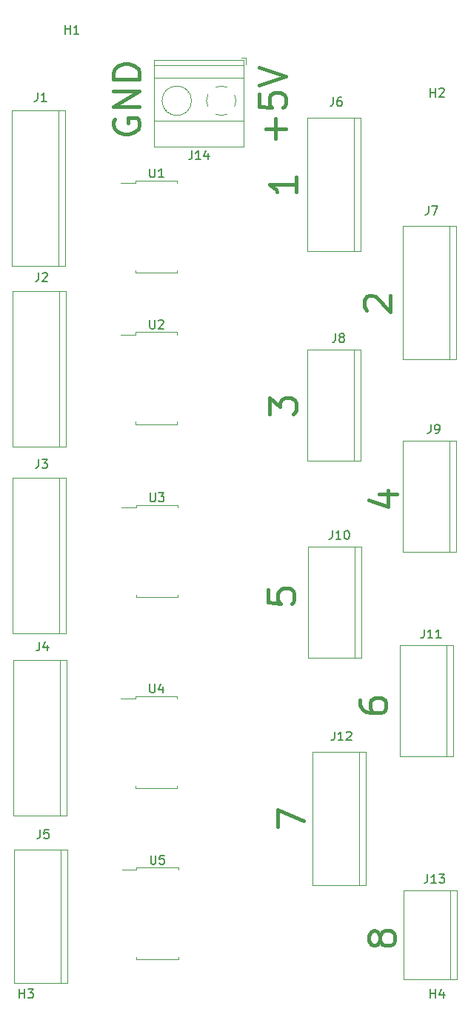
<source format=gto>
%TF.GenerationSoftware,KiCad,Pcbnew,(5.1.10-1-10_14)*%
%TF.CreationDate,2022-05-12T15:34:21+03:00*%
%TF.ProjectId,Logic_signal_amplifier,4c6f6769-635f-4736-9967-6e616c5f616d,rev?*%
%TF.SameCoordinates,Original*%
%TF.FileFunction,Legend,Top*%
%TF.FilePolarity,Positive*%
%FSLAX46Y46*%
G04 Gerber Fmt 4.6, Leading zero omitted, Abs format (unit mm)*
G04 Created by KiCad (PCBNEW (5.1.10-1-10_14)) date 2022-05-12 15:34:21*
%MOMM*%
%LPD*%
G01*
G04 APERTURE LIST*
%ADD10C,0.400000*%
%ADD11C,0.120000*%
%ADD12C,0.150000*%
G04 APERTURE END LIST*
D10*
X107100000Y-42785714D02*
X106957142Y-43071428D01*
X106957142Y-43500000D01*
X107100000Y-43928571D01*
X107385714Y-44214285D01*
X107671428Y-44357142D01*
X108242857Y-44500000D01*
X108671428Y-44500000D01*
X109242857Y-44357142D01*
X109528571Y-44214285D01*
X109814285Y-43928571D01*
X109957142Y-43500000D01*
X109957142Y-43214285D01*
X109814285Y-42785714D01*
X109671428Y-42642857D01*
X108671428Y-42642857D01*
X108671428Y-43214285D01*
X109957142Y-41357142D02*
X106957142Y-41357142D01*
X109957142Y-39642857D01*
X106957142Y-39642857D01*
X109957142Y-38214285D02*
X106957142Y-38214285D01*
X106957142Y-37500000D01*
X107100000Y-37071428D01*
X107385714Y-36785714D01*
X107671428Y-36642857D01*
X108242857Y-36500000D01*
X108671428Y-36500000D01*
X109242857Y-36642857D01*
X109528571Y-36785714D01*
X109814285Y-37071428D01*
X109957142Y-37500000D01*
X109957142Y-38214285D01*
X125514285Y-45057142D02*
X125514285Y-42771428D01*
X126657142Y-43914285D02*
X124371428Y-43914285D01*
X123657142Y-39914285D02*
X123657142Y-41342857D01*
X125085714Y-41485714D01*
X124942857Y-41342857D01*
X124800000Y-41057142D01*
X124800000Y-40342857D01*
X124942857Y-40057142D01*
X125085714Y-39914285D01*
X125371428Y-39771428D01*
X126085714Y-39771428D01*
X126371428Y-39914285D01*
X126514285Y-40057142D01*
X126657142Y-40342857D01*
X126657142Y-41057142D01*
X126514285Y-41342857D01*
X126371428Y-41485714D01*
X123657142Y-38914285D02*
X126657142Y-37914285D01*
X123657142Y-36914285D01*
X137442857Y-136685714D02*
X137300000Y-136971428D01*
X137157142Y-137114285D01*
X136871428Y-137257142D01*
X136728571Y-137257142D01*
X136442857Y-137114285D01*
X136300000Y-136971428D01*
X136157142Y-136685714D01*
X136157142Y-136114285D01*
X136300000Y-135828571D01*
X136442857Y-135685714D01*
X136728571Y-135542857D01*
X136871428Y-135542857D01*
X137157142Y-135685714D01*
X137300000Y-135828571D01*
X137442857Y-136114285D01*
X137442857Y-136685714D01*
X137585714Y-136971428D01*
X137728571Y-137114285D01*
X138014285Y-137257142D01*
X138585714Y-137257142D01*
X138871428Y-137114285D01*
X139014285Y-136971428D01*
X139157142Y-136685714D01*
X139157142Y-136114285D01*
X139014285Y-135828571D01*
X138871428Y-135685714D01*
X138585714Y-135542857D01*
X138014285Y-135542857D01*
X137728571Y-135685714D01*
X137585714Y-135828571D01*
X137442857Y-136114285D01*
X125757142Y-123700000D02*
X125757142Y-121700000D01*
X128757142Y-122985714D01*
X135157142Y-109228571D02*
X135157142Y-109800000D01*
X135300000Y-110085714D01*
X135442857Y-110228571D01*
X135871428Y-110514285D01*
X136442857Y-110657142D01*
X137585714Y-110657142D01*
X137871428Y-110514285D01*
X138014285Y-110371428D01*
X138157142Y-110085714D01*
X138157142Y-109514285D01*
X138014285Y-109228571D01*
X137871428Y-109085714D01*
X137585714Y-108942857D01*
X136871428Y-108942857D01*
X136585714Y-109085714D01*
X136442857Y-109228571D01*
X136300000Y-109514285D01*
X136300000Y-110085714D01*
X136442857Y-110371428D01*
X136585714Y-110514285D01*
X136871428Y-110657142D01*
X124657142Y-96585714D02*
X124657142Y-98014285D01*
X126085714Y-98157142D01*
X125942857Y-98014285D01*
X125800000Y-97728571D01*
X125800000Y-97014285D01*
X125942857Y-96728571D01*
X126085714Y-96585714D01*
X126371428Y-96442857D01*
X127085714Y-96442857D01*
X127371428Y-96585714D01*
X127514285Y-96728571D01*
X127657142Y-97014285D01*
X127657142Y-97728571D01*
X127514285Y-98014285D01*
X127371428Y-98157142D01*
X137357142Y-85628571D02*
X139357142Y-85628571D01*
X136214285Y-86342857D02*
X138357142Y-87057142D01*
X138357142Y-85200000D01*
X124857142Y-76500000D02*
X124857142Y-74642857D01*
X126000000Y-75642857D01*
X126000000Y-75214285D01*
X126142857Y-74928571D01*
X126285714Y-74785714D01*
X126571428Y-74642857D01*
X127285714Y-74642857D01*
X127571428Y-74785714D01*
X127714285Y-74928571D01*
X127857142Y-75214285D01*
X127857142Y-76071428D01*
X127714285Y-76357142D01*
X127571428Y-76500000D01*
X135942857Y-64657142D02*
X135800000Y-64514285D01*
X135657142Y-64228571D01*
X135657142Y-63514285D01*
X135800000Y-63228571D01*
X135942857Y-63085714D01*
X136228571Y-62942857D01*
X136514285Y-62942857D01*
X136942857Y-63085714D01*
X138657142Y-64800000D01*
X138657142Y-62942857D01*
X127857142Y-49442857D02*
X127857142Y-51157142D01*
X127857142Y-50300000D02*
X124857142Y-50300000D01*
X125285714Y-50585714D01*
X125571428Y-50871428D01*
X125714285Y-51157142D01*
D11*
%TO.C,U5*%
X109615000Y-128620000D02*
X107950000Y-128620000D01*
X109615000Y-128340000D02*
X109615000Y-128620000D01*
X112000000Y-128340000D02*
X109615000Y-128340000D01*
X114385000Y-128340000D02*
X114385000Y-128620000D01*
X112000000Y-128340000D02*
X114385000Y-128340000D01*
X109615000Y-138860000D02*
X109615000Y-138580000D01*
X112000000Y-138860000D02*
X109615000Y-138860000D01*
X114385000Y-138860000D02*
X114385000Y-138580000D01*
X112000000Y-138860000D02*
X114385000Y-138860000D01*
%TO.C,U4*%
X109515000Y-109020000D02*
X107850000Y-109020000D01*
X109515000Y-108740000D02*
X109515000Y-109020000D01*
X111900000Y-108740000D02*
X109515000Y-108740000D01*
X114285000Y-108740000D02*
X114285000Y-109020000D01*
X111900000Y-108740000D02*
X114285000Y-108740000D01*
X109515000Y-119260000D02*
X109515000Y-118980000D01*
X111900000Y-119260000D02*
X109515000Y-119260000D01*
X114285000Y-119260000D02*
X114285000Y-118980000D01*
X111900000Y-119260000D02*
X114285000Y-119260000D01*
%TO.C,U3*%
X109565000Y-87185000D02*
X107900000Y-87185000D01*
X109565000Y-86905000D02*
X109565000Y-87185000D01*
X111950000Y-86905000D02*
X109565000Y-86905000D01*
X114335000Y-86905000D02*
X114335000Y-87185000D01*
X111950000Y-86905000D02*
X114335000Y-86905000D01*
X109565000Y-97425000D02*
X109565000Y-97145000D01*
X111950000Y-97425000D02*
X109565000Y-97425000D01*
X114335000Y-97425000D02*
X114335000Y-97145000D01*
X111950000Y-97425000D02*
X114335000Y-97425000D01*
%TO.C,U2*%
X109515000Y-67420000D02*
X107850000Y-67420000D01*
X109515000Y-67140000D02*
X109515000Y-67420000D01*
X111900000Y-67140000D02*
X109515000Y-67140000D01*
X114285000Y-67140000D02*
X114285000Y-67420000D01*
X111900000Y-67140000D02*
X114285000Y-67140000D01*
X109515000Y-77660000D02*
X109515000Y-77380000D01*
X111900000Y-77660000D02*
X109515000Y-77660000D01*
X114285000Y-77660000D02*
X114285000Y-77380000D01*
X111900000Y-77660000D02*
X114285000Y-77660000D01*
%TO.C,U1*%
X109515000Y-50120000D02*
X107850000Y-50120000D01*
X109515000Y-49840000D02*
X109515000Y-50120000D01*
X111900000Y-49840000D02*
X109515000Y-49840000D01*
X114285000Y-49840000D02*
X114285000Y-50120000D01*
X111900000Y-49840000D02*
X114285000Y-49840000D01*
X109515000Y-60360000D02*
X109515000Y-60080000D01*
X111900000Y-60360000D02*
X109515000Y-60360000D01*
X114285000Y-60360000D02*
X114285000Y-60080000D01*
X111900000Y-60360000D02*
X114285000Y-60360000D01*
%TO.C,J14*%
X122140000Y-35800000D02*
X121640000Y-35800000D01*
X122140000Y-36540000D02*
X122140000Y-35800000D01*
X115447000Y-39677000D02*
X115494000Y-39631000D01*
X113150000Y-41975000D02*
X113185000Y-41939000D01*
X115254000Y-39461000D02*
X115289000Y-39426000D01*
X112945000Y-41769000D02*
X112992000Y-41723000D01*
X111620000Y-45961000D02*
X111620000Y-36040000D01*
X121900000Y-45961000D02*
X121900000Y-36040000D01*
X121900000Y-36040000D02*
X111620000Y-36040000D01*
X121900000Y-45961000D02*
X111620000Y-45961000D01*
X121900000Y-43001000D02*
X111620000Y-43001000D01*
X121900000Y-38100000D02*
X111620000Y-38100000D01*
X121900000Y-36600000D02*
X111620000Y-36600000D01*
X115900000Y-40700000D02*
G75*
G03*
X115900000Y-40700000I-1680000J0D01*
G01*
X119271195Y-39019747D02*
G75*
G02*
X119984000Y-39165000I28805J-1680253D01*
G01*
X120835426Y-40016958D02*
G75*
G02*
X120835000Y-41384000I-1535426J-683042D01*
G01*
X119983042Y-42235426D02*
G75*
G02*
X118616000Y-42235000I-683042J1535426D01*
G01*
X117764574Y-41383042D02*
G75*
G02*
X117765000Y-40016000I1535426J683042D01*
G01*
X118616682Y-39165244D02*
G75*
G02*
X119300000Y-39020000I683318J-1534756D01*
G01*
%TO.C,J13*%
X140144000Y-141090000D02*
X146240000Y-141090000D01*
X140144000Y-130930000D02*
X140144000Y-141090000D01*
X146240000Y-130930000D02*
X140144000Y-130930000D01*
X145478000Y-130930000D02*
X145478000Y-141090000D01*
X146240000Y-141090000D02*
X146240000Y-130930000D01*
%TO.C,J12*%
X135840000Y-115130000D02*
X129744000Y-115130000D01*
X129744000Y-115130000D02*
X129744000Y-130370000D01*
X129744000Y-130370000D02*
X135840000Y-130370000D01*
X135840000Y-130370000D02*
X135840000Y-115130000D01*
X135078000Y-115130000D02*
X135078000Y-130370000D01*
%TO.C,J11*%
X145840000Y-102930000D02*
X139744000Y-102930000D01*
X139744000Y-102930000D02*
X139744000Y-115630000D01*
X139744000Y-115630000D02*
X145840000Y-115630000D01*
X145840000Y-115630000D02*
X145840000Y-102930000D01*
X145078000Y-102930000D02*
X145078000Y-115630000D01*
%TO.C,J10*%
X135340000Y-91630000D02*
X129244000Y-91630000D01*
X129244000Y-91630000D02*
X129244000Y-104330000D01*
X129244000Y-104330000D02*
X135340000Y-104330000D01*
X135340000Y-104330000D02*
X135340000Y-91630000D01*
X134578000Y-91630000D02*
X134578000Y-104330000D01*
%TO.C,J9*%
X146140000Y-79530000D02*
X140044000Y-79530000D01*
X140044000Y-79530000D02*
X140044000Y-92230000D01*
X140044000Y-92230000D02*
X146140000Y-92230000D01*
X146140000Y-92230000D02*
X146140000Y-79530000D01*
X145378000Y-79530000D02*
X145378000Y-92230000D01*
%TO.C,J8*%
X135240000Y-69130000D02*
X129144000Y-69130000D01*
X129144000Y-69130000D02*
X129144000Y-81830000D01*
X129144000Y-81830000D02*
X135240000Y-81830000D01*
X135240000Y-81830000D02*
X135240000Y-69130000D01*
X134478000Y-69130000D02*
X134478000Y-81830000D01*
%TO.C,J7*%
X146140000Y-55030000D02*
X140044000Y-55030000D01*
X140044000Y-55030000D02*
X140044000Y-70270000D01*
X140044000Y-70270000D02*
X146140000Y-70270000D01*
X146140000Y-70270000D02*
X146140000Y-55030000D01*
X145378000Y-55030000D02*
X145378000Y-70270000D01*
%TO.C,J6*%
X135240000Y-42630000D02*
X129144000Y-42630000D01*
X129144000Y-42630000D02*
X129144000Y-57870000D01*
X129144000Y-57870000D02*
X135240000Y-57870000D01*
X135240000Y-57870000D02*
X135240000Y-42630000D01*
X134478000Y-42630000D02*
X134478000Y-57870000D01*
%TO.C,J5*%
X101740000Y-126330000D02*
X95644000Y-126330000D01*
X95644000Y-126330000D02*
X95644000Y-141570000D01*
X95644000Y-141570000D02*
X101740000Y-141570000D01*
X101740000Y-141570000D02*
X101740000Y-126330000D01*
X100978000Y-126330000D02*
X100978000Y-141570000D01*
%TO.C,J4*%
X100878000Y-104630000D02*
X100878000Y-122410000D01*
X101640000Y-122410000D02*
X101640000Y-104630000D01*
X101640000Y-104630000D02*
X95544000Y-104630000D01*
X95544000Y-122410000D02*
X101640000Y-122410000D01*
X95544000Y-104630000D02*
X95544000Y-122410000D01*
%TO.C,J3*%
X100778000Y-83770000D02*
X100778000Y-101550000D01*
X101540000Y-101550000D02*
X101540000Y-83770000D01*
X101540000Y-83770000D02*
X95444000Y-83770000D01*
X95444000Y-101550000D02*
X101540000Y-101550000D01*
X95444000Y-83770000D02*
X95444000Y-101550000D01*
%TO.C,J2*%
X100778000Y-62430000D02*
X100778000Y-80210000D01*
X101540000Y-80210000D02*
X101540000Y-62430000D01*
X101540000Y-62430000D02*
X95444000Y-62430000D01*
X95444000Y-80210000D02*
X101540000Y-80210000D01*
X95444000Y-62430000D02*
X95444000Y-80210000D01*
%TO.C,J1*%
X100678000Y-41830000D02*
X100678000Y-59610000D01*
X101440000Y-59610000D02*
X101440000Y-41830000D01*
X101440000Y-41830000D02*
X95344000Y-41830000D01*
X95344000Y-59610000D02*
X101440000Y-59610000D01*
X95344000Y-41830000D02*
X95344000Y-59610000D01*
%TO.C,H4*%
D12*
X143238095Y-143252380D02*
X143238095Y-142252380D01*
X143238095Y-142728571D02*
X143809523Y-142728571D01*
X143809523Y-143252380D02*
X143809523Y-142252380D01*
X144714285Y-142585714D02*
X144714285Y-143252380D01*
X144476190Y-142204761D02*
X144238095Y-142919047D01*
X144857142Y-142919047D01*
%TO.C,H3*%
X96238095Y-143252380D02*
X96238095Y-142252380D01*
X96238095Y-142728571D02*
X96809523Y-142728571D01*
X96809523Y-143252380D02*
X96809523Y-142252380D01*
X97190476Y-142252380D02*
X97809523Y-142252380D01*
X97476190Y-142633333D01*
X97619047Y-142633333D01*
X97714285Y-142680952D01*
X97761904Y-142728571D01*
X97809523Y-142823809D01*
X97809523Y-143061904D01*
X97761904Y-143157142D01*
X97714285Y-143204761D01*
X97619047Y-143252380D01*
X97333333Y-143252380D01*
X97238095Y-143204761D01*
X97190476Y-143157142D01*
%TO.C,H2*%
X143238095Y-40252380D02*
X143238095Y-39252380D01*
X143238095Y-39728571D02*
X143809523Y-39728571D01*
X143809523Y-40252380D02*
X143809523Y-39252380D01*
X144238095Y-39347619D02*
X144285714Y-39300000D01*
X144380952Y-39252380D01*
X144619047Y-39252380D01*
X144714285Y-39300000D01*
X144761904Y-39347619D01*
X144809523Y-39442857D01*
X144809523Y-39538095D01*
X144761904Y-39680952D01*
X144190476Y-40252380D01*
X144809523Y-40252380D01*
%TO.C,H1*%
X101438095Y-33052380D02*
X101438095Y-32052380D01*
X101438095Y-32528571D02*
X102009523Y-32528571D01*
X102009523Y-33052380D02*
X102009523Y-32052380D01*
X103009523Y-33052380D02*
X102438095Y-33052380D01*
X102723809Y-33052380D02*
X102723809Y-32052380D01*
X102628571Y-32195238D01*
X102533333Y-32290476D01*
X102438095Y-32338095D01*
%TO.C,U5*%
X111238095Y-126952380D02*
X111238095Y-127761904D01*
X111285714Y-127857142D01*
X111333333Y-127904761D01*
X111428571Y-127952380D01*
X111619047Y-127952380D01*
X111714285Y-127904761D01*
X111761904Y-127857142D01*
X111809523Y-127761904D01*
X111809523Y-126952380D01*
X112761904Y-126952380D02*
X112285714Y-126952380D01*
X112238095Y-127428571D01*
X112285714Y-127380952D01*
X112380952Y-127333333D01*
X112619047Y-127333333D01*
X112714285Y-127380952D01*
X112761904Y-127428571D01*
X112809523Y-127523809D01*
X112809523Y-127761904D01*
X112761904Y-127857142D01*
X112714285Y-127904761D01*
X112619047Y-127952380D01*
X112380952Y-127952380D01*
X112285714Y-127904761D01*
X112238095Y-127857142D01*
%TO.C,U4*%
X111138095Y-107352380D02*
X111138095Y-108161904D01*
X111185714Y-108257142D01*
X111233333Y-108304761D01*
X111328571Y-108352380D01*
X111519047Y-108352380D01*
X111614285Y-108304761D01*
X111661904Y-108257142D01*
X111709523Y-108161904D01*
X111709523Y-107352380D01*
X112614285Y-107685714D02*
X112614285Y-108352380D01*
X112376190Y-107304761D02*
X112138095Y-108019047D01*
X112757142Y-108019047D01*
%TO.C,U3*%
X111188095Y-85517380D02*
X111188095Y-86326904D01*
X111235714Y-86422142D01*
X111283333Y-86469761D01*
X111378571Y-86517380D01*
X111569047Y-86517380D01*
X111664285Y-86469761D01*
X111711904Y-86422142D01*
X111759523Y-86326904D01*
X111759523Y-85517380D01*
X112140476Y-85517380D02*
X112759523Y-85517380D01*
X112426190Y-85898333D01*
X112569047Y-85898333D01*
X112664285Y-85945952D01*
X112711904Y-85993571D01*
X112759523Y-86088809D01*
X112759523Y-86326904D01*
X112711904Y-86422142D01*
X112664285Y-86469761D01*
X112569047Y-86517380D01*
X112283333Y-86517380D01*
X112188095Y-86469761D01*
X112140476Y-86422142D01*
%TO.C,U2*%
X111138095Y-65752380D02*
X111138095Y-66561904D01*
X111185714Y-66657142D01*
X111233333Y-66704761D01*
X111328571Y-66752380D01*
X111519047Y-66752380D01*
X111614285Y-66704761D01*
X111661904Y-66657142D01*
X111709523Y-66561904D01*
X111709523Y-65752380D01*
X112138095Y-65847619D02*
X112185714Y-65800000D01*
X112280952Y-65752380D01*
X112519047Y-65752380D01*
X112614285Y-65800000D01*
X112661904Y-65847619D01*
X112709523Y-65942857D01*
X112709523Y-66038095D01*
X112661904Y-66180952D01*
X112090476Y-66752380D01*
X112709523Y-66752380D01*
%TO.C,U1*%
X111138095Y-48452380D02*
X111138095Y-49261904D01*
X111185714Y-49357142D01*
X111233333Y-49404761D01*
X111328571Y-49452380D01*
X111519047Y-49452380D01*
X111614285Y-49404761D01*
X111661904Y-49357142D01*
X111709523Y-49261904D01*
X111709523Y-48452380D01*
X112709523Y-49452380D02*
X112138095Y-49452380D01*
X112423809Y-49452380D02*
X112423809Y-48452380D01*
X112328571Y-48595238D01*
X112233333Y-48690476D01*
X112138095Y-48738095D01*
%TO.C,J14*%
X115950476Y-46412380D02*
X115950476Y-47126666D01*
X115902857Y-47269523D01*
X115807619Y-47364761D01*
X115664761Y-47412380D01*
X115569523Y-47412380D01*
X116950476Y-47412380D02*
X116379047Y-47412380D01*
X116664761Y-47412380D02*
X116664761Y-46412380D01*
X116569523Y-46555238D01*
X116474285Y-46650476D01*
X116379047Y-46698095D01*
X117807619Y-46745714D02*
X117807619Y-47412380D01*
X117569523Y-46364761D02*
X117331428Y-47079047D01*
X117950476Y-47079047D01*
%TO.C,J13*%
X142890476Y-129112380D02*
X142890476Y-129826666D01*
X142842857Y-129969523D01*
X142747619Y-130064761D01*
X142604761Y-130112380D01*
X142509523Y-130112380D01*
X143890476Y-130112380D02*
X143319047Y-130112380D01*
X143604761Y-130112380D02*
X143604761Y-129112380D01*
X143509523Y-129255238D01*
X143414285Y-129350476D01*
X143319047Y-129398095D01*
X144223809Y-129112380D02*
X144842857Y-129112380D01*
X144509523Y-129493333D01*
X144652380Y-129493333D01*
X144747619Y-129540952D01*
X144795238Y-129588571D01*
X144842857Y-129683809D01*
X144842857Y-129921904D01*
X144795238Y-130017142D01*
X144747619Y-130064761D01*
X144652380Y-130112380D01*
X144366666Y-130112380D01*
X144271428Y-130064761D01*
X144223809Y-130017142D01*
%TO.C,J12*%
X132236476Y-112804380D02*
X132236476Y-113518666D01*
X132188857Y-113661523D01*
X132093619Y-113756761D01*
X131950761Y-113804380D01*
X131855523Y-113804380D01*
X133236476Y-113804380D02*
X132665047Y-113804380D01*
X132950761Y-113804380D02*
X132950761Y-112804380D01*
X132855523Y-112947238D01*
X132760285Y-113042476D01*
X132665047Y-113090095D01*
X133617428Y-112899619D02*
X133665047Y-112852000D01*
X133760285Y-112804380D01*
X133998380Y-112804380D01*
X134093619Y-112852000D01*
X134141238Y-112899619D01*
X134188857Y-112994857D01*
X134188857Y-113090095D01*
X134141238Y-113232952D01*
X133569809Y-113804380D01*
X134188857Y-113804380D01*
%TO.C,J11*%
X142490476Y-101112380D02*
X142490476Y-101826666D01*
X142442857Y-101969523D01*
X142347619Y-102064761D01*
X142204761Y-102112380D01*
X142109523Y-102112380D01*
X143490476Y-102112380D02*
X142919047Y-102112380D01*
X143204761Y-102112380D02*
X143204761Y-101112380D01*
X143109523Y-101255238D01*
X143014285Y-101350476D01*
X142919047Y-101398095D01*
X144442857Y-102112380D02*
X143871428Y-102112380D01*
X144157142Y-102112380D02*
X144157142Y-101112380D01*
X144061904Y-101255238D01*
X143966666Y-101350476D01*
X143871428Y-101398095D01*
%TO.C,J10*%
X131990476Y-89812380D02*
X131990476Y-90526666D01*
X131942857Y-90669523D01*
X131847619Y-90764761D01*
X131704761Y-90812380D01*
X131609523Y-90812380D01*
X132990476Y-90812380D02*
X132419047Y-90812380D01*
X132704761Y-90812380D02*
X132704761Y-89812380D01*
X132609523Y-89955238D01*
X132514285Y-90050476D01*
X132419047Y-90098095D01*
X133609523Y-89812380D02*
X133704761Y-89812380D01*
X133800000Y-89860000D01*
X133847619Y-89907619D01*
X133895238Y-90002857D01*
X133942857Y-90193333D01*
X133942857Y-90431428D01*
X133895238Y-90621904D01*
X133847619Y-90717142D01*
X133800000Y-90764761D01*
X133704761Y-90812380D01*
X133609523Y-90812380D01*
X133514285Y-90764761D01*
X133466666Y-90717142D01*
X133419047Y-90621904D01*
X133371428Y-90431428D01*
X133371428Y-90193333D01*
X133419047Y-90002857D01*
X133466666Y-89907619D01*
X133514285Y-89860000D01*
X133609523Y-89812380D01*
%TO.C,J9*%
X143266666Y-77712380D02*
X143266666Y-78426666D01*
X143219047Y-78569523D01*
X143123809Y-78664761D01*
X142980952Y-78712380D01*
X142885714Y-78712380D01*
X143790476Y-78712380D02*
X143980952Y-78712380D01*
X144076190Y-78664761D01*
X144123809Y-78617142D01*
X144219047Y-78474285D01*
X144266666Y-78283809D01*
X144266666Y-77902857D01*
X144219047Y-77807619D01*
X144171428Y-77760000D01*
X144076190Y-77712380D01*
X143885714Y-77712380D01*
X143790476Y-77760000D01*
X143742857Y-77807619D01*
X143695238Y-77902857D01*
X143695238Y-78140952D01*
X143742857Y-78236190D01*
X143790476Y-78283809D01*
X143885714Y-78331428D01*
X144076190Y-78331428D01*
X144171428Y-78283809D01*
X144219047Y-78236190D01*
X144266666Y-78140952D01*
%TO.C,J8*%
X132366666Y-67312380D02*
X132366666Y-68026666D01*
X132319047Y-68169523D01*
X132223809Y-68264761D01*
X132080952Y-68312380D01*
X131985714Y-68312380D01*
X132985714Y-67740952D02*
X132890476Y-67693333D01*
X132842857Y-67645714D01*
X132795238Y-67550476D01*
X132795238Y-67502857D01*
X132842857Y-67407619D01*
X132890476Y-67360000D01*
X132985714Y-67312380D01*
X133176190Y-67312380D01*
X133271428Y-67360000D01*
X133319047Y-67407619D01*
X133366666Y-67502857D01*
X133366666Y-67550476D01*
X133319047Y-67645714D01*
X133271428Y-67693333D01*
X133176190Y-67740952D01*
X132985714Y-67740952D01*
X132890476Y-67788571D01*
X132842857Y-67836190D01*
X132795238Y-67931428D01*
X132795238Y-68121904D01*
X132842857Y-68217142D01*
X132890476Y-68264761D01*
X132985714Y-68312380D01*
X133176190Y-68312380D01*
X133271428Y-68264761D01*
X133319047Y-68217142D01*
X133366666Y-68121904D01*
X133366666Y-67931428D01*
X133319047Y-67836190D01*
X133271428Y-67788571D01*
X133176190Y-67740952D01*
%TO.C,J7*%
X143012666Y-52704380D02*
X143012666Y-53418666D01*
X142965047Y-53561523D01*
X142869809Y-53656761D01*
X142726952Y-53704380D01*
X142631714Y-53704380D01*
X143393619Y-52704380D02*
X144060285Y-52704380D01*
X143631714Y-53704380D01*
%TO.C,J6*%
X132112666Y-40304380D02*
X132112666Y-41018666D01*
X132065047Y-41161523D01*
X131969809Y-41256761D01*
X131826952Y-41304380D01*
X131731714Y-41304380D01*
X133017428Y-40304380D02*
X132826952Y-40304380D01*
X132731714Y-40352000D01*
X132684095Y-40399619D01*
X132588857Y-40542476D01*
X132541238Y-40732952D01*
X132541238Y-41113904D01*
X132588857Y-41209142D01*
X132636476Y-41256761D01*
X132731714Y-41304380D01*
X132922190Y-41304380D01*
X133017428Y-41256761D01*
X133065047Y-41209142D01*
X133112666Y-41113904D01*
X133112666Y-40875809D01*
X133065047Y-40780571D01*
X133017428Y-40732952D01*
X132922190Y-40685333D01*
X132731714Y-40685333D01*
X132636476Y-40732952D01*
X132588857Y-40780571D01*
X132541238Y-40875809D01*
%TO.C,J5*%
X98612666Y-124004380D02*
X98612666Y-124718666D01*
X98565047Y-124861523D01*
X98469809Y-124956761D01*
X98326952Y-125004380D01*
X98231714Y-125004380D01*
X99565047Y-124004380D02*
X99088857Y-124004380D01*
X99041238Y-124480571D01*
X99088857Y-124432952D01*
X99184095Y-124385333D01*
X99422190Y-124385333D01*
X99517428Y-124432952D01*
X99565047Y-124480571D01*
X99612666Y-124575809D01*
X99612666Y-124813904D01*
X99565047Y-124909142D01*
X99517428Y-124956761D01*
X99422190Y-125004380D01*
X99184095Y-125004380D01*
X99088857Y-124956761D01*
X99041238Y-124909142D01*
%TO.C,J4*%
X98512666Y-102558380D02*
X98512666Y-103272666D01*
X98465047Y-103415523D01*
X98369809Y-103510761D01*
X98226952Y-103558380D01*
X98131714Y-103558380D01*
X99417428Y-102891714D02*
X99417428Y-103558380D01*
X99179333Y-102510761D02*
X98941238Y-103225047D01*
X99560285Y-103225047D01*
%TO.C,J3*%
X98412666Y-81698380D02*
X98412666Y-82412666D01*
X98365047Y-82555523D01*
X98269809Y-82650761D01*
X98126952Y-82698380D01*
X98031714Y-82698380D01*
X98793619Y-81698380D02*
X99412666Y-81698380D01*
X99079333Y-82079333D01*
X99222190Y-82079333D01*
X99317428Y-82126952D01*
X99365047Y-82174571D01*
X99412666Y-82269809D01*
X99412666Y-82507904D01*
X99365047Y-82603142D01*
X99317428Y-82650761D01*
X99222190Y-82698380D01*
X98936476Y-82698380D01*
X98841238Y-82650761D01*
X98793619Y-82603142D01*
%TO.C,J2*%
X98412666Y-60358380D02*
X98412666Y-61072666D01*
X98365047Y-61215523D01*
X98269809Y-61310761D01*
X98126952Y-61358380D01*
X98031714Y-61358380D01*
X98841238Y-60453619D02*
X98888857Y-60406000D01*
X98984095Y-60358380D01*
X99222190Y-60358380D01*
X99317428Y-60406000D01*
X99365047Y-60453619D01*
X99412666Y-60548857D01*
X99412666Y-60644095D01*
X99365047Y-60786952D01*
X98793619Y-61358380D01*
X99412666Y-61358380D01*
%TO.C,J1*%
X98312666Y-39758380D02*
X98312666Y-40472666D01*
X98265047Y-40615523D01*
X98169809Y-40710761D01*
X98026952Y-40758380D01*
X97931714Y-40758380D01*
X99312666Y-40758380D02*
X98741238Y-40758380D01*
X99026952Y-40758380D02*
X99026952Y-39758380D01*
X98931714Y-39901238D01*
X98836476Y-39996476D01*
X98741238Y-40044095D01*
%TD*%
M02*

</source>
